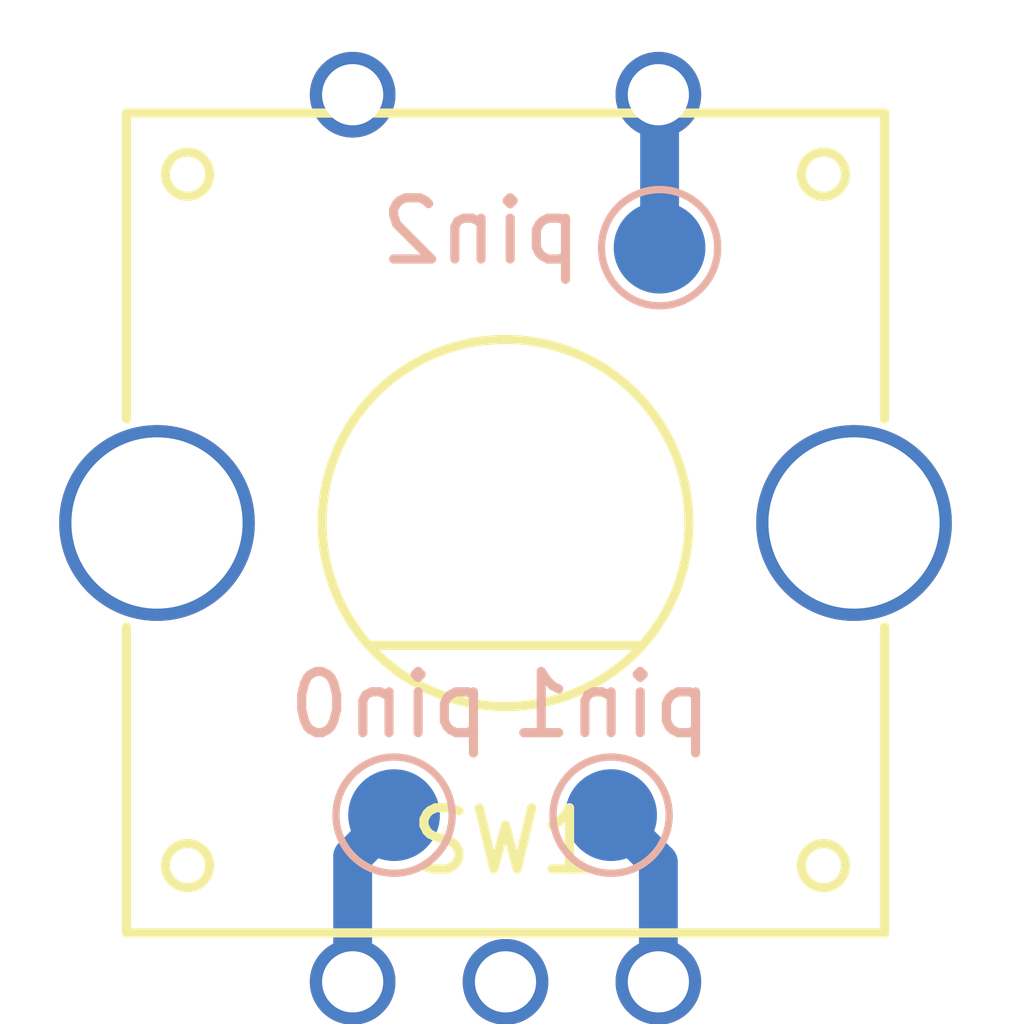
<source format=kicad_pcb>
(kicad_pcb (version 20211014) (generator pcbnew)
  (layers (0 "F.Cu" signal) (31 "B.Cu" signal) (34 "B.Paste" user) (35 "F.Paste" user) (36 "B.SilkS" user "B.Silkscreen") (37 "F.SilkS" user "F.Silkscreen") (38 "B.Mask" user) (39 "F.Mask" user) (44 "Edge.Cuts" user))
  (net 0 "")
  (net 1 "+3V3")
  (net 2 "Pin1")
  (net 3 "Pin0")
  (net 4 "Pin2")
  (footprint "local:PEC11R-4220F-S0024" (layer "F.Cu") (at 0 0)
    (fp_text reference "SW1" (at 0 5.2 unlocked) (layer "F.SilkS"))
    (fp_text value "RotaryEncoder_Switch")
    (fp_line (start -6.2 6.7) (end 6.2 6.7) (layer "F.SilkS") (width 0.15))
    (fp_line (start -6.2 -6.7) (end 6.2 -6.7) (layer "F.SilkS") (width 0.15))
    (fp_line (start -6.2 6.7) (end -6.2 1.7) (layer "F.SilkS") (width 0.15))
    (fp_line (start 6.2 6.7) (end 6.2 1.7) (layer "F.SilkS") (width 0.15))
    (fp_line (start 6.2 -6.7) (end 6.2 -1.7) (layer "F.SilkS") (width 0.15))
    (fp_line (start -6.2 -6.7) (end -6.2 -1.7) (layer "F.SilkS") (width 0.15))
    (fp_line (start -2.2 2) (end 2.2 2) (layer "F.SilkS") (width 0.15))
    (fp_circle (center 0 0) (end 3 0) (layer "F.SilkS") (width 0.15) (fill none))
    (fp_circle (center -5.2 -5.7) (end -5 -5.4) (layer "F.SilkS") (width 0.15) (fill none))
    (fp_circle (center 5.2 -5.7) (end 5.560555 -5.7) (layer "F.SilkS") (width 0.15) (fill none))
    (fp_circle (center -5.2 5.6) (end -5 5.9) (layer "F.SilkS") (width 0.15) (fill none))
    (fp_circle (center 5.2 5.6) (end 5.560555 5.6) (layer "F.SilkS") (width 0.15) (fill none))
    (pad "" thru_hole circle locked (at 5.7 0) (size 3.2 3.2) (drill 2.8) (layers *.Cu *.Mask))
    (pad "" thru_hole circle locked (at -5.7 0) (size 3.2 3.2) (drill 2.8) (layers *.Cu *.Mask))
    (pad "A" thru_hole circle locked (at -2.5 7.5) (size 1.4 1.4) (drill 1) (layers *.Cu *.Mask) (net 3 "Pin0"))
    (pad "B" thru_hole circle locked (at 2.5 7.5) (size 1.4 1.4) (drill 1) (layers *.Cu *.Mask) (net 2 "Pin1"))
    (pad "C" thru_hole circle locked (at 0 7.5) (size 1.4 1.4) (drill 1) (layers *.Cu *.Mask) (net 1 "+3V3"))
    (pad "S1" thru_hole circle locked (at -2.5 -7) (size 1.4 1.4) (drill 1) (layers *.Cu *.Mask) (net 1 "+3V3"))
    (pad "S2" thru_hole circle locked (at 2.5 -7) (size 1.4 1.4) (drill 1) (layers *.Cu *.Mask) (net 4 "Pin2"))
  )
  (footprint "TestPoint:TestPoint_Pad_D1.5mm" (layer "B.Cu") (at -1.8228 4.7752 180)
    (fp_text reference "TP1" hide)
    (fp_text value "TestPoint")
    (fp_circle (center 0 0) (end 0 -0.95) (layer "B.SilkS") (width 0.12) (fill none))
    (pad "1" smd circle (at 0 0 180) (size 1.5 1.5) (layers "B.Cu" "B.Mask") (net 3 "Pin0"))
  )
  (footprint "TestPoint:TestPoint_Pad_D1.5mm" (layer "B.Cu") (at 1.7272 4.7752 180)
    (fp_text reference "TP2" hide)
    (fp_text value "TestPoint")
    (fp_circle (center 0 0) (end 0 -0.95) (layer "B.SilkS") (width 0.12) (fill none))
    (pad "1" smd circle (at 0 0 180) (size 1.5 1.5) (layers "B.Cu" "B.Mask") (net 2 "Pin1"))
  )
  (footprint "TestPoint:TestPoint_Pad_D1.5mm" (layer "B.Cu") (at 2.52 -4.5 180)
    (fp_text reference "TP3" hide)
    (fp_text value "TestPoint")
    (fp_circle (center 0 0) (end 0 -0.95) (layer "B.SilkS") (width 0.12) (fill none))
    (pad "1" smd circle (at 0 0 180) (size 1.5 1.5) (layers "B.Cu" "B.Mask") (net 4 "Pin2"))
  )
  (gr_text "pin2" (at -0.4 -4.77) (layer "B.SilkS") (effects (font (size 1 1)) (justify mirror)))
  (gr_text "pin1" (at 1.7272 2.9718) (layer "B.SilkS") (effects (font (size 1 1)) (justify mirror)))
  (gr_text "pin0" (at -1.905 2.9718) (layer "B.SilkS") (effects (font (size 1 1)) (justify mirror)))
  (segment (start 2.5 5.548) (end 1.7272 4.7752) (width 0.635) (layer "B.Cu") (net 2))
  (segment (start 2.5 7.5) (end 2.5 5.548) (width 0.635) (layer "B.Cu") (net 2))
  (segment (start -2.5 7.5) (end -2.5 5.4524) (width 0.635) (layer "B.Cu") (net 3))
  (segment (start -2.5 5.4524) (end -1.8228 4.7752) (width 0.635) (layer "B.Cu") (net 3))
  (segment (start 2.52 -4.5) (end 2.52 -6.98) (width 0.635) (layer "B.Cu") (net 4))
  (segment (start 2.52 -6.98) (end 2.5 -7) (width 0.635) (layer "B.Cu") (net 4))
)
</source>
